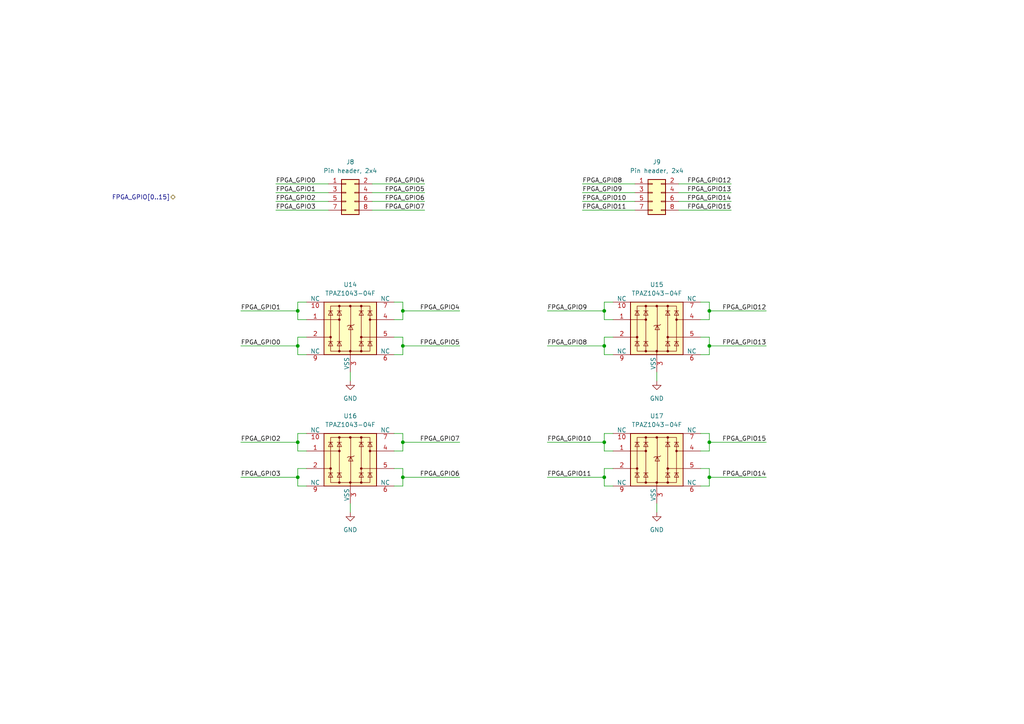
<source format=kicad_sch>
(kicad_sch (version 20250114) (generator "eeschema") (generator_version "9.0")
  (paper "A4")
  (title_block (title "Clavier - FPGA GPIOs") (date "2025-06-21") (rev "1.0") (company "Copyright (c) 2025 L. Sartory") (comment 1 "SPDX-License-Identifier: CERN-OHL-P-2.0"))
  (lib_symbols
    (symbol "Connector_Generic:Conn_02x04_Odd_Even" (pin_names (offset 1.016) (hide yes))
      (property "Reference" "J" (at 1.27 5.08 0))
      (property "Value" "Conn_02x04_Odd_Even" (at 1.27 -7.62 0))
      (symbol "Conn_02x04_Odd_Even_1_1"
        (rectangle (start -1.27 3.81) (end 3.81 -6.35) (stroke (width 0.254)) (fill (type background)))
        (rectangle (start -1.27 2.667) (end 0 2.413) (stroke (width 0.1524)))
        (rectangle (start -1.27 0.127) (end 0 -0.127) (stroke (width 0.1524)))
        (rectangle (start -1.27 -2.413) (end 0 -2.667) (stroke (width 0.1524)))
        (rectangle (start -1.27 -4.953) (end 0 -5.207) (stroke (width 0.1524)))
        (rectangle (start 3.81 2.667) (end 2.54 2.413) (stroke (width 0.1524)))
        (rectangle (start 3.81 0.127) (end 2.54 -0.127) (stroke (width 0.1524)))
        (rectangle (start 3.81 -2.413) (end 2.54 -2.667) (stroke (width 0.1524)))
        (rectangle (start 3.81 -4.953) (end 2.54 -5.207) (stroke (width 0.1524)))
        (pin passive line (at -5.08 2.54 0) (length 3.81) (name "Pin_1") (number "1"))
        (pin passive line (at -5.08 0 0) (length 3.81) (name "Pin_3") (number "3"))
        (pin passive line (at -5.08 -2.54 0) (length 3.81) (name "Pin_5") (number "5"))
        (pin passive line (at -5.08 -5.08 0) (length 3.81) (name "Pin_7") (number "7"))
        (pin passive line (at 7.62 2.54 180) (length 3.81) (name "Pin_2") (number "2"))
        (pin passive line (at 7.62 0 180) (length 3.81) (name "Pin_4") (number "4"))
        (pin passive line (at 7.62 -2.54 180) (length 3.81) (name "Pin_6") (number "6"))
        (pin passive line (at 7.62 -5.08 180) (length 3.81) (name "Pin_8") (number "8"))
      )
    )
    (symbol "Power_Protection:D3V3XA4B10LP" (pin_names (offset 0))
      (property "Reference" "U" (at -0.635 8.89 0))
      (property "Value" "D3V3XA4B10LP" (at 8.89 -10.16 0))
      (symbol "D3V3XA4B10LP_0_0"
        (rectangle (start -5.715 6.477) (end 5.715 -6.604))
        (polyline (pts (xy -3.175 -6.604) (xy -3.175 6.477)))
        (polyline (pts (xy 0.127 6.477) (xy 0.127 -6.604)))
        (polyline (pts (xy 3.175 6.477) (xy 3.175 -6.604)))
      )
      (symbol "D3V3XA4B10LP_0_1"
        (polyline (pts (xy -7.747 2.54) (xy -3.175 2.54)))
        (rectangle (start -7.62 7.62) (end 7.62 -7.62) (stroke (width 0.254)) (fill (type background)))
        (polyline (pts (xy -7.62 -2.54) (xy -5.715 -2.54)))
        (circle (center -5.715 -2.54) (radius 0.2794) (fill (type outline)))
        (polyline (pts (xy -5.08 5.08) (xy -6.35 5.08)))
        (polyline (pts (xy -5.08 3.81) (xy -6.35 3.81) (xy -5.715 5.08) (xy -5.08 3.81)))
        (polyline (pts (xy -5.08 -3.81) (xy -6.35 -3.81)))
        (polyline (pts (xy -5.08 -5.08) (xy -6.35 -5.08) (xy -5.715 -3.81) (xy -5.08 -5.08)))
        (circle (center -3.175 6.477) (radius 0.2794) (fill (type outline)))
        (circle (center -3.175 2.54) (radius 0.2794) (fill (type outline)))
        (circle (center -3.175 -6.604) (radius 0.2794) (fill (type outline)))
        (polyline (pts (xy -2.54 5.08) (xy -3.81 5.08)))
        (polyline (pts (xy -2.54 3.81) (xy -3.81 3.81) (xy -3.175 5.08) (xy -2.54 3.81)))
        (polyline (pts (xy -2.54 -3.81) (xy -3.81 -3.81)))
        (polyline (pts (xy -2.54 -5.08) (xy -3.81 -5.08) (xy -3.175 -3.81) (xy -2.54 -5.08)))
        (polyline (pts (xy -0.508 0.889) (xy -0.889 0.635)))
        (circle (center 0 6.477) (radius 0.2794) (fill (type outline)))
        (polyline (pts (xy 0 -6.604) (xy 0 -7.62)))
        (circle (center 0 -6.604) (radius 0.2794) (fill (type outline)))
        (polyline (pts (xy 0.762 0.889) (xy -0.508 0.889)))
        (polyline (pts (xy 0.762 0.889) (xy 1.143 1.143)))
        (polyline (pts (xy 0.762 -0.381) (xy -0.508 -0.381) (xy 0.127 0.889) (xy 0.762 -0.381)))
        (circle (center 3.175 6.477) (radius 0.2794) (fill (type outline)))
        (circle (center 3.175 -2.54) (radius 0.2794) (fill (type outline)))
        (circle (center 3.175 -6.604) (radius 0.2794) (fill (type outline)))
        (polyline (pts (xy 3.81 5.08) (xy 2.54 5.08)))
        (polyline (pts (xy 3.81 3.81) (xy 2.54 3.81) (xy 3.175 5.08) (xy 3.81 3.81)))
        (polyline (pts (xy 3.81 -3.81) (xy 2.54 -3.81)))
        (polyline (pts (xy 3.81 -5.08) (xy 2.54 -5.08) (xy 3.175 -3.81) (xy 3.81 -5.08)))
        (circle (center 5.715 2.54) (radius 0.2794) (fill (type outline)))
        (polyline (pts (xy 6.35 5.08) (xy 5.08 5.08)))
        (polyline (pts (xy 6.35 3.81) (xy 5.08 3.81) (xy 5.715 5.08) (xy 6.35 3.81)))
        (polyline (pts (xy 6.35 -3.81) (xy 5.08 -3.81)))
        (polyline (pts (xy 6.35 -5.08) (xy 5.08 -5.08) (xy 5.715 -3.81) (xy 6.35 -5.08)))
        (polyline (pts (xy 7.62 2.54) (xy 5.715 2.54)))
        (polyline (pts (xy 7.62 -2.54) (xy 3.175 -2.54)))
      )
      (symbol "D3V3XA4B10LP_1_1"
        (pin free line (at -12.7 7.62 0) (length 5.08) (name "NC") (number "10"))
        (pin passive line (at -12.7 2.54 0) (length 5.08) (name "~") (number "1"))
        (pin passive line (at -12.7 -2.54 0) (length 5.08) (name "~") (number "2"))
        (pin free line (at -12.7 -7.62 0) (length 5.08) (name "NC") (number "9"))
        (pin power_in line (at 0 -12.7 90) (length 5.08) (name "VSS") (number "3"))
        (pin passive line (at 0 -12.7 90) (length 5.08) (hide yes) (name "VSS") (number "8"))
        (pin free line (at 12.7 7.62 180) (length 5.08) (name "NC") (number "7"))
        (pin passive line (at 12.7 2.54 180) (length 5.08) (name "~") (number "4"))
        (pin passive line (at 12.7 -2.54 180) (length 5.08) (name "~") (number "5"))
        (pin free line (at 12.7 -7.62 180) (length 5.08) (name "NC") (number "6"))
      )
    )
    (symbol "power:GND" (power) (pin_numbers (hide yes)) (pin_names (offset 0) (hide yes))
      (property "Value" "GND" (at 0 -3.81 0))
      (symbol "GND_0_1"
        (polyline (pts (xy 0 0) (xy 0 -1.27) (xy 1.27 -1.27) (xy 0 -2.54) (xy -1.27 -1.27) (xy 0 -1.27)))
      )
      (symbol "GND_1_1"
        (pin power_in line (at 0 0 270) (length 0) (name "~") (number "1"))
      )
    )
  )
  (junction (at 86.36 128.27))
  (junction (at 175.26 100.33))
  (junction (at 205.74 138.43))
  (junction (at 86.36 100.33))
  (junction (at 205.74 128.27))
  (junction (at 205.74 100.33))
  (junction (at 116.84 128.27))
  (junction (at 86.36 138.43))
  (junction (at 116.84 90.17))
  (junction (at 86.36 90.17))
  (junction (at 205.74 90.17))
  (junction (at 175.26 128.27))
  (junction (at 116.84 100.33))
  (junction (at 175.26 138.43))
  (junction (at 116.84 138.43))
  (junction (at 175.26 90.17))
  (wire (pts (xy 212.09 58.42) (xy 196.85 58.42)))
  (wire (pts (xy 168.91 60.96) (xy 184.15 60.96)))
  (wire (pts (xy 101.6 110.49) (xy 101.6 107.95)))
  (wire (pts (xy 86.36 102.87) (xy 88.9 102.87)))
  (wire (pts (xy 175.26 138.43) (xy 175.26 140.97)))
  (wire (pts (xy 123.19 58.42) (xy 107.95 58.42)))
  (wire (pts (xy 158.75 90.17) (xy 175.26 90.17)))
  (wire (pts (xy 212.09 55.88) (xy 196.85 55.88)))
  (wire (pts (xy 86.36 130.81) (xy 86.36 128.27)))
  (wire (pts (xy 116.84 102.87) (xy 114.3 102.87)))
  (wire (pts (xy 116.84 138.43) (xy 133.35 138.43)))
  (wire (pts (xy 168.91 55.88) (xy 184.15 55.88)))
  (wire (pts (xy 205.74 92.71) (xy 205.74 90.17)))
  (wire (pts (xy 168.91 53.34) (xy 184.15 53.34)))
  (wire (pts (xy 123.19 60.96) (xy 107.95 60.96)))
  (wire (pts (xy 177.8 130.81) (xy 175.26 130.81)))
  (wire (pts (xy 175.26 135.89) (xy 177.8 135.89)))
  (wire (pts (xy 212.09 60.96) (xy 196.85 60.96)))
  (wire (pts (xy 116.84 97.79) (xy 114.3 97.79)))
  (wire (pts (xy 86.36 125.73) (xy 88.9 125.73)))
  (wire (pts (xy 88.9 92.71) (xy 86.36 92.71)))
  (wire (pts (xy 133.35 128.27) (xy 116.84 128.27)))
  (wire (pts (xy 86.36 140.97) (xy 88.9 140.97)))
  (wire (pts (xy 116.84 130.81) (xy 116.84 128.27)))
  (wire (pts (xy 203.2 92.71) (xy 205.74 92.71)))
  (wire (pts (xy 116.84 138.43) (xy 116.84 135.89)))
  (wire (pts (xy 123.19 53.34) (xy 107.95 53.34)))
  (wire (pts (xy 205.74 138.43) (xy 205.74 140.97)))
  (wire (pts (xy 222.25 128.27) (xy 205.74 128.27)))
  (wire (pts (xy 101.6 148.59) (xy 101.6 146.05)))
  (wire (pts (xy 205.74 125.73) (xy 203.2 125.73)))
  (wire (pts (xy 212.09 53.34) (xy 196.85 53.34)))
  (wire (pts (xy 116.84 138.43) (xy 116.84 140.97)))
  (wire (pts (xy 116.84 100.33) (xy 116.84 97.79)))
  (wire (pts (xy 80.01 58.42) (xy 95.25 58.42)))
  (wire (pts (xy 177.8 92.71) (xy 175.26 92.71)))
  (wire (pts (xy 158.75 128.27) (xy 175.26 128.27)))
  (wire (pts (xy 69.85 90.17) (xy 86.36 90.17)))
  (wire (pts (xy 175.26 102.87) (xy 177.8 102.87)))
  (wire (pts (xy 116.84 90.17) (xy 133.35 90.17)))
  (wire (pts (xy 86.36 100.33) (xy 86.36 97.79)))
  (wire (pts (xy 205.74 90.17) (xy 205.74 87.63)))
  (wire (pts (xy 175.26 90.17) (xy 175.26 87.63)))
  (wire (pts (xy 175.26 130.81) (xy 175.26 128.27)))
  (wire (pts (xy 205.74 97.79) (xy 203.2 97.79)))
  (wire (pts (xy 116.84 135.89) (xy 114.3 135.89)))
  (wire (pts (xy 116.84 87.63) (xy 114.3 87.63)))
  (wire (pts (xy 114.3 130.81) (xy 116.84 130.81)))
  (wire (pts (xy 69.85 100.33) (xy 86.36 100.33)))
  (wire (pts (xy 205.74 138.43) (xy 205.74 135.89)))
  (wire (pts (xy 86.36 92.71) (xy 86.36 90.17)))
  (wire (pts (xy 123.19 55.88) (xy 107.95 55.88)))
  (wire (pts (xy 116.84 92.71) (xy 116.84 90.17)))
  (wire (pts (xy 86.36 97.79) (xy 88.9 97.79)))
  (wire (pts (xy 203.2 130.81) (xy 205.74 130.81)))
  (wire (pts (xy 116.84 90.17) (xy 116.84 87.63)))
  (wire (pts (xy 86.36 90.17) (xy 86.36 87.63)))
  (wire (pts (xy 116.84 128.27) (xy 116.84 125.73)))
  (wire (pts (xy 175.26 128.27) (xy 175.26 125.73)))
  (wire (pts (xy 86.36 138.43) (xy 86.36 140.97)))
  (wire (pts (xy 205.74 128.27) (xy 205.74 125.73)))
  (wire (pts (xy 80.01 55.88) (xy 95.25 55.88)))
  (wire (pts (xy 80.01 60.96) (xy 95.25 60.96)))
  (wire (pts (xy 86.36 100.33) (xy 86.36 102.87)))
  (wire (pts (xy 114.3 92.71) (xy 116.84 92.71)))
  (wire (pts (xy 205.74 135.89) (xy 203.2 135.89)))
  (wire (pts (xy 158.75 100.33) (xy 175.26 100.33)))
  (wire (pts (xy 175.26 125.73) (xy 177.8 125.73)))
  (wire (pts (xy 80.01 53.34) (xy 95.25 53.34)))
  (wire (pts (xy 69.85 138.43) (xy 86.36 138.43)))
  (wire (pts (xy 69.85 128.27) (xy 86.36 128.27)))
  (wire (pts (xy 88.9 130.81) (xy 86.36 130.81)))
  (wire (pts (xy 116.84 100.33) (xy 116.84 102.87)))
  (wire (pts (xy 205.74 100.33) (xy 222.25 100.33)))
  (wire (pts (xy 175.26 138.43) (xy 175.26 135.89)))
  (wire (pts (xy 190.5 148.59) (xy 190.5 146.05)))
  (wire (pts (xy 116.84 100.33) (xy 133.35 100.33)))
  (wire (pts (xy 175.26 97.79) (xy 177.8 97.79)))
  (wire (pts (xy 190.5 110.49) (xy 190.5 107.95)))
  (wire (pts (xy 205.74 138.43) (xy 222.25 138.43)))
  (wire (pts (xy 175.26 100.33) (xy 175.26 97.79)))
  (wire (pts (xy 116.84 125.73) (xy 114.3 125.73)))
  (wire (pts (xy 175.26 92.71) (xy 175.26 90.17)))
  (wire (pts (xy 86.36 135.89) (xy 88.9 135.89)))
  (wire (pts (xy 222.25 90.17) (xy 205.74 90.17)))
  (wire (pts (xy 86.36 138.43) (xy 86.36 135.89)))
  (wire (pts (xy 175.26 100.33) (xy 175.26 102.87)))
  (wire (pts (xy 116.84 140.97) (xy 114.3 140.97)))
  (wire (pts (xy 205.74 130.81) (xy 205.74 128.27)))
  (wire (pts (xy 158.75 138.43) (xy 175.26 138.43)))
  (wire (pts (xy 205.74 100.33) (xy 205.74 97.79)))
  (wire (pts (xy 168.91 58.42) (xy 184.15 58.42)))
  (wire (pts (xy 205.74 87.63) (xy 203.2 87.63)))
  (wire (pts (xy 175.26 87.63) (xy 177.8 87.63)))
  (wire (pts (xy 205.74 140.97) (xy 203.2 140.97)))
  (wire (pts (xy 86.36 128.27) (xy 86.36 125.73)))
  (wire (pts (xy 205.74 102.87) (xy 203.2 102.87)))
  (wire (pts (xy 86.36 87.63) (xy 88.9 87.63)))
  (wire (pts (xy 205.74 100.33) (xy 205.74 102.87)))
  (wire (pts (xy 175.26 140.97) (xy 177.8 140.97)))
  (label "FPGA_GPIO9" (at 158.75 90.17 0))
  (label "FPGA_GPIO4" (at 133.35 90.17 180))
  (label "FPGA_GPIO11" (at 158.75 138.43 0))
  (label "FPGA_GPIO6" (at 133.35 138.43 180))
  (label "FPGA_GPIO1" (at 80.01 55.88 0))
  (label "FPGA_GPIO1" (at 69.85 90.17 0))
  (label "FPGA_GPIO4" (at 123.19 53.34 180))
  (label "FPGA_GPIO6" (at 123.19 58.42 180))
  (label "FPGA_GPIO3" (at 80.01 60.96 0))
  (label "FPGA_GPIO5" (at 123.19 55.88 180))
  (label "FPGA_GPIO11" (at 168.91 60.96 0))
  (label "FPGA_GPIO7" (at 133.35 128.27 180))
  (label "FPGA_GPIO3" (at 69.85 138.43 0))
  (label "FPGA_GPIO0" (at 69.85 100.33 0))
  (label "FPGA_GPIO2" (at 80.01 58.42 0))
  (label "FPGA_GPIO10" (at 158.75 128.27 0))
  (label "FPGA_GPIO15" (at 222.25 128.27 180))
  (label "FPGA_GPIO12" (at 212.09 53.34 180))
  (label "FPGA_GPIO5" (at 133.35 100.33 180))
  (label "FPGA_GPIO9" (at 168.91 55.88 0))
  (label "FPGA_GPIO0" (at 80.01 53.34 0))
  (label "FPGA_GPIO14" (at 212.09 58.42 180))
  (label "FPGA_GPIO7" (at 123.19 60.96 180))
  (label "FPGA_GPIO14" (at 222.25 138.43 180))
  (label "FPGA_GPIO2" (at 69.85 128.27 0))
  (label "FPGA_GPIO15" (at 212.09 60.96 180))
  (label "FPGA_GPIO12" (at 222.25 90.17 180))
  (label "FPGA_GPIO8" (at 168.91 53.34 0))
  (label "FPGA_GPIO10" (at 168.91 58.42 0))
  (label "FPGA_GPIO13" (at 212.09 55.88 180))
  (label "FPGA_GPIO13" (at 222.25 100.33 180))
  (label "FPGA_GPIO8" (at 158.75 100.33 0))
  (hierarchical_label "FPGA_GPIO[0..15]" (shape bidirectional) (at 50.8 57.15 180))
  (symbol (lib_id "power:GND") (at 101.6 148.59 0) (unit 1)
    (property "Reference" "#PWR061" (effects (hide yes)))
    (property "Value" "GND" (at 101.6 153.67 0))
    (property "Description" "Power symbol creates a global label with name \"GND\" , ground" (effects (hide yes)))
  )
  (symbol (lib_id "power:GND") (at 190.5 110.49 0) (unit 1)
    (property "Reference" "#PWR060" (effects (hide yes)))
    (property "Value" "GND" (at 190.5 115.57 0))
    (property "Description" "Power symbol creates a global label with name \"GND\" , ground" (effects (hide yes)))
  )
  (symbol (lib_id "Connector_Generic:Conn_02x04_Odd_Even") (at 189.23 55.88 0) (unit 1)
    (property "Reference" "J9" (at 190.5 46.99 0))
    (property "Value" "Pin header, 2x4" (at 190.5 49.53 0))
    (property "Footprint" "Connector_PinHeader_2.54mm:PinHeader_2x04_P2.54mm_Vertical" (effects (hide yes)))
    (property "Datasheet" "https://www.lcsc.com/datasheet/lcsc_datasheet_2311221544_Megastar-ZX-PZ2-54-2-4PZZ_C7501275.pdf" (effects (hide yes)))
    (property "Description" "Generic connector, double row, 02x04, odd/even pin numbering scheme (row 1 odd numbers, row 2 even numbers), script generated (kicad-library-utils/schlib/autogen/connector/)" (effects (hide yes)))
    (property "LCSC" "C7501275" (effects (hide yes)))
    (property "Part_number" "ZX-PZ2.54-2-4PZZ" (effects (hide yes)))
  )
  (symbol (lib_id "power:GND") (at 190.5 148.59 0) (unit 1)
    (property "Reference" "#PWR062" (effects (hide yes)))
    (property "Value" "GND" (at 190.5 153.67 0))
    (property "Description" "Power symbol creates a global label with name \"GND\" , ground" (effects (hide yes)))
  )
  (symbol (lib_id "Power_Protection:D3V3XA4B10LP") (at 190.5 133.35 0) (unit 1)
    (property "Reference" "U17" (at 190.5 120.65 0))
    (property "Value" "TPAZ1043-04F" (at 190.5 123.19 0))
    (property "Footprint" "Package_DFN_QFN:Diodes_UDFN-10_1.0x2.5mm_P0.5mm" (effects (hide yes)))
    (property "Datasheet" "https://www.lcsc.com/datasheet/lcsc_datasheet_2411121100_TECH-PUBLIC-TPAZ1043-04F_C2827673.pdf" (effects (hide yes)))
    (property "Description" "4-Channel Low Capacitance TVS Diode Array, DFN-10" (effects (hide yes)))
    (property "LCSC" "C2827673" (effects (hide yes)))
    (property "Part_number" "TPAZ1043-04F" (effects (hide yes)))
  )
  (symbol (lib_id "Power_Protection:D3V3XA4B10LP") (at 190.5 95.25 0) (unit 1)
    (property "Reference" "U15" (at 190.5 82.55 0))
    (property "Value" "TPAZ1043-04F" (at 190.5 85.09 0))
    (property "Footprint" "Package_DFN_QFN:Diodes_UDFN-10_1.0x2.5mm_P0.5mm" (effects (hide yes)))
    (property "Datasheet" "https://www.lcsc.com/datasheet/lcsc_datasheet_2411121100_TECH-PUBLIC-TPAZ1043-04F_C2827673.pdf" (effects (hide yes)))
    (property "Description" "4-Channel Low Capacitance TVS Diode Array, DFN-10" (effects (hide yes)))
    (property "LCSC" "C2827673" (effects (hide yes)))
    (property "Part_number" "TPAZ1043-04F" (effects (hide yes)))
  )
  (symbol (lib_id "Power_Protection:D3V3XA4B10LP") (at 101.6 133.35 0) (unit 1)
    (property "Reference" "U16" (at 101.6 120.65 0))
    (property "Value" "TPAZ1043-04F" (at 101.6 123.19 0))
    (property "Footprint" "Package_DFN_QFN:Diodes_UDFN-10_1.0x2.5mm_P0.5mm" (effects (hide yes)))
    (property "Datasheet" "https://www.lcsc.com/datasheet/lcsc_datasheet_2411121100_TECH-PUBLIC-TPAZ1043-04F_C2827673.pdf" (effects (hide yes)))
    (property "Description" "4-Channel Low Capacitance TVS Diode Array, DFN-10" (effects (hide yes)))
    (property "LCSC" "C2827673" (effects (hide yes)))
    (property "Part_number" "TPAZ1043-04F" (effects (hide yes)))
  )
  (symbol (lib_id "Power_Protection:D3V3XA4B10LP") (at 101.6 95.25 0) (unit 1)
    (property "Reference" "U14" (at 101.6 82.55 0))
    (property "Value" "TPAZ1043-04F" (at 101.6 85.09 0))
    (property "Footprint" "Package_DFN_QFN:Diodes_UDFN-10_1.0x2.5mm_P0.5mm" (effects (hide yes)))
    (property "Datasheet" "https://www.lcsc.com/datasheet/lcsc_datasheet_2411121100_TECH-PUBLIC-TPAZ1043-04F_C2827673.pdf" (effects (hide yes)))
    (property "Description" "4-Channel Low Capacitance TVS Diode Array, DFN-10" (effects (hide yes)))
    (property "LCSC" "C2827673" (effects (hide yes)))
    (property "Part_number" "TPAZ1043-04F" (effects (hide yes)))
  )
  (symbol (lib_id "power:GND") (at 101.6 110.49 0) (unit 1)
    (property "Reference" "#PWR059" (effects (hide yes)))
    (property "Value" "GND" (at 101.6 115.57 0))
    (property "Description" "Power symbol creates a global label with name \"GND\" , ground" (effects (hide yes)))
  )
  (symbol (lib_id "Connector_Generic:Conn_02x04_Odd_Even") (at 100.33 55.88 0) (unit 1)
    (property "Reference" "J8" (at 101.6 46.99 0))
    (property "Value" "Pin header, 2x4" (at 101.6 49.53 0))
    (property "Footprint" "Connector_PinHeader_2.54mm:PinHeader_2x04_P2.54mm_Vertical" (effects (hide yes)))
    (property "Datasheet" "https://www.lcsc.com/datasheet/lcsc_datasheet_2311221544_Megastar-ZX-PZ2-54-2-4PZZ_C7501275.pdf" (effects (hide yes)))
    (property "Description" "Generic connector, double row, 02x04, odd/even pin numbering scheme (row 1 odd numbers, row 2 even numbers), script generated (kicad-library-utils/schlib/autogen/connector/)" (effects (hide yes)))
    (property "LCSC" "C7501275" (effects (hide yes)))
    (property "Part_number" "ZX-PZ2.54-2-4PZZ" (effects (hide yes)))
  )
)
</source>
